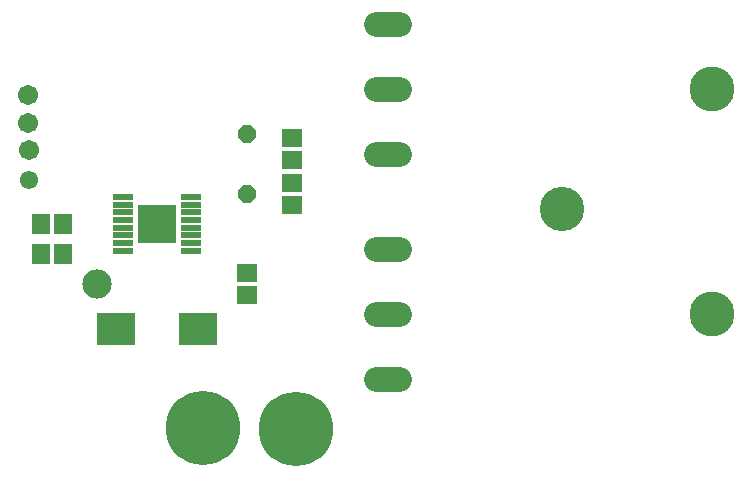
<source format=gbr>
G04 EAGLE Gerber RS-274X export*
G75*
%MOMM*%
%FSLAX34Y34*%
%LPD*%
%INSoldermask Top*%
%IPPOS*%
%AMOC8*
5,1,8,0,0,1.08239X$1,22.5*%
G01*
%ADD10R,3.203200X2.703200*%
%ADD11R,1.703200X1.503200*%
%ADD12P,1.649562X8X292.500000*%
%ADD13R,1.503200X1.703200*%
%ADD14R,1.691600X0.610000*%
%ADD15R,3.203200X3.203200*%
%ADD16C,2.153200*%
%ADD17C,3.803200*%
%ADD18C,6.299200*%
%ADD19C,2.489200*%
%ADD20C,3.759200*%
%ADD21C,1.553200*%
%ADD22C,1.703200*%


D10*
X162000Y127000D03*
X92000Y127000D03*
D11*
X203200Y174600D03*
X203200Y155600D03*
D12*
X203200Y292100D03*
X203200Y241300D03*
D13*
X47600Y190500D03*
X28600Y190500D03*
D11*
X241300Y288900D03*
X241300Y269900D03*
X241300Y231800D03*
X241300Y250800D03*
D13*
X28600Y215900D03*
X47600Y215900D03*
D14*
X155704Y193150D03*
X155704Y199650D03*
X155704Y206150D03*
X155704Y212650D03*
X155704Y219150D03*
X155704Y225650D03*
X155704Y232150D03*
X155704Y238650D03*
X98296Y238650D03*
X98296Y232150D03*
X98296Y225650D03*
X98296Y219150D03*
X98296Y212650D03*
X98296Y206150D03*
X98296Y199650D03*
X98296Y193150D03*
D15*
X127000Y215900D03*
D16*
X312150Y194700D02*
X331650Y194700D01*
X331650Y139700D02*
X312150Y139700D01*
X312150Y84700D02*
X331650Y84700D01*
D17*
X596900Y139700D03*
D16*
X331650Y385200D02*
X312150Y385200D01*
X312150Y330200D02*
X331650Y330200D01*
X331650Y275200D02*
X312150Y275200D01*
D17*
X596900Y330200D03*
D18*
X245110Y41910D03*
D19*
X76200Y165100D03*
D18*
X166370Y43180D03*
D20*
X469900Y228600D03*
D21*
X19050Y252730D03*
D22*
X19022Y278130D03*
X17780Y300990D03*
X17780Y325120D03*
M02*

</source>
